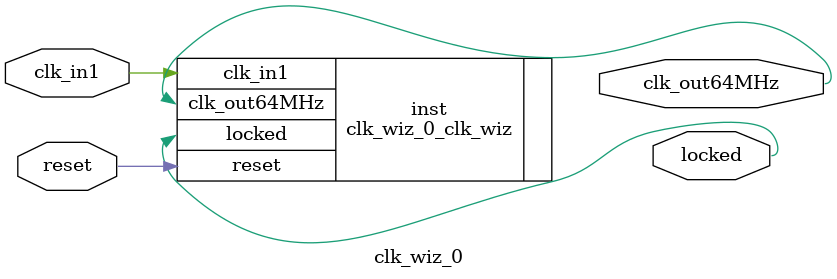
<source format=v>


`timescale 1ps/1ps

(* CORE_GENERATION_INFO = "clk_wiz_0,clk_wiz_v6_0_10_0_0,{component_name=clk_wiz_0,use_phase_alignment=true,use_min_o_jitter=false,use_max_i_jitter=false,use_dyn_phase_shift=false,use_inclk_switchover=false,use_dyn_reconfig=false,enable_axi=0,feedback_source=FDBK_AUTO,PRIMITIVE=MMCM,num_out_clk=1,clkin1_period=10.000,clkin2_period=10.000,use_power_down=false,use_reset=true,use_locked=true,use_inclk_stopped=false,feedback_type=SINGLE,CLOCK_MGR_TYPE=NA,manual_override=false}" *)

module clk_wiz_0 
 (
  // Clock out ports
  output        clk_out64MHz,
  // Status and control signals
  input         reset,
  output        locked,
 // Clock in ports
  input         clk_in1
 );

  clk_wiz_0_clk_wiz inst
  (
  // Clock out ports  
  .clk_out64MHz(clk_out64MHz),
  // Status and control signals               
  .reset(reset), 
  .locked(locked),
 // Clock in ports
  .clk_in1(clk_in1)
  );

endmodule

</source>
